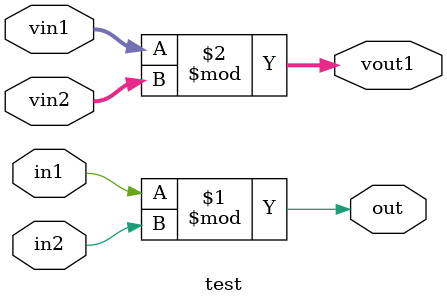
<source format=v>
module test(out, in1, in2, vin1, vin2, vout1);
output out;
input in1, in2;
input [1:0] vin1;
input [2:0] vin2;
output [3:0] vout1;

assign out = in1 % in2;
assign vout1 = vin1 % vin2;
endmodule

</source>
